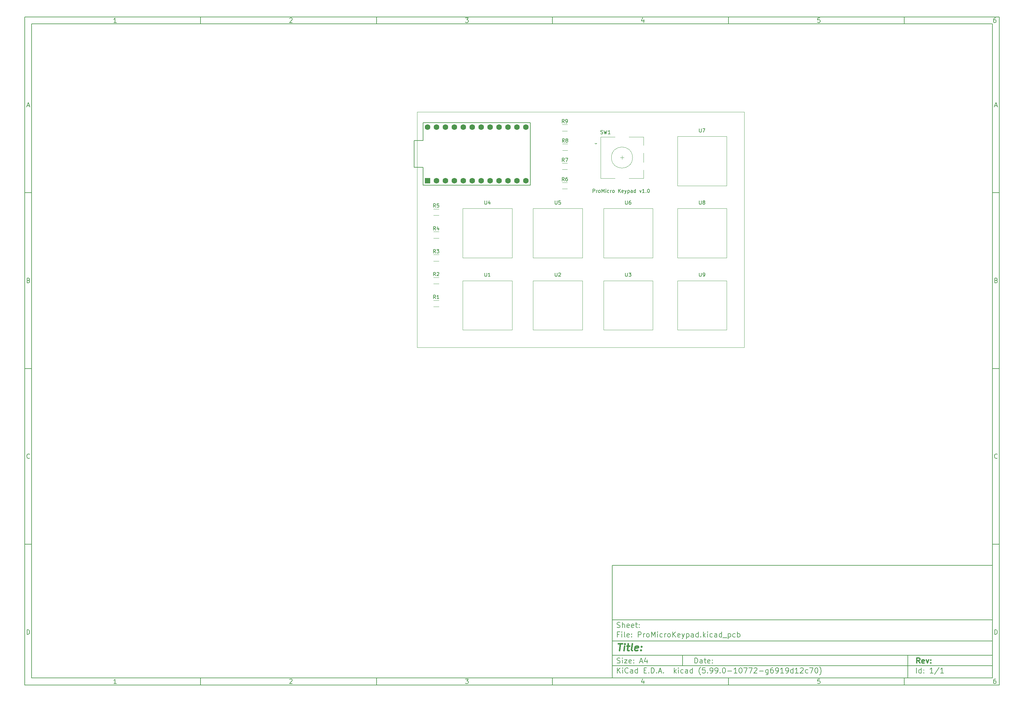
<source format=gbr>
%TF.GenerationSoftware,KiCad,Pcbnew,(5.99.0-10772-g6919d12c70)*%
%TF.CreationDate,2021-08-04T17:25:00+12:00*%
%TF.ProjectId,ProMicroKeypad,50726f4d-6963-4726-9f4b-65797061642e,rev?*%
%TF.SameCoordinates,Original*%
%TF.FileFunction,Legend,Top*%
%TF.FilePolarity,Positive*%
%FSLAX46Y46*%
G04 Gerber Fmt 4.6, Leading zero omitted, Abs format (unit mm)*
G04 Created by KiCad (PCBNEW (5.99.0-10772-g6919d12c70)) date 2021-08-04 17:25:00*
%MOMM*%
%LPD*%
G01*
G04 APERTURE LIST*
%ADD10C,0.100000*%
%ADD11C,0.150000*%
%ADD12C,0.300000*%
%ADD13C,0.400000*%
%TA.AperFunction,Profile*%
%ADD14C,0.100000*%
%TD*%
%ADD15C,0.120000*%
%ADD16R,1.600000X1.600000*%
%ADD17C,1.600000*%
G04 APERTURE END LIST*
D10*
D11*
X177002200Y-166007200D02*
X177002200Y-198007200D01*
X285002200Y-198007200D01*
X285002200Y-166007200D01*
X177002200Y-166007200D01*
D10*
D11*
X10000000Y-10000000D02*
X10000000Y-200007200D01*
X287002200Y-200007200D01*
X287002200Y-10000000D01*
X10000000Y-10000000D01*
D10*
D11*
X12000000Y-12000000D02*
X12000000Y-198007200D01*
X285002200Y-198007200D01*
X285002200Y-12000000D01*
X12000000Y-12000000D01*
D10*
D11*
X60000000Y-12000000D02*
X60000000Y-10000000D01*
D10*
D11*
X110000000Y-12000000D02*
X110000000Y-10000000D01*
D10*
D11*
X160000000Y-12000000D02*
X160000000Y-10000000D01*
D10*
D11*
X210000000Y-12000000D02*
X210000000Y-10000000D01*
D10*
D11*
X260000000Y-12000000D02*
X260000000Y-10000000D01*
D10*
D11*
X36065476Y-11588095D02*
X35322619Y-11588095D01*
X35694047Y-11588095D02*
X35694047Y-10288095D01*
X35570238Y-10473809D01*
X35446428Y-10597619D01*
X35322619Y-10659523D01*
D10*
D11*
X85322619Y-10411904D02*
X85384523Y-10350000D01*
X85508333Y-10288095D01*
X85817857Y-10288095D01*
X85941666Y-10350000D01*
X86003571Y-10411904D01*
X86065476Y-10535714D01*
X86065476Y-10659523D01*
X86003571Y-10845238D01*
X85260714Y-11588095D01*
X86065476Y-11588095D01*
D10*
D11*
X135260714Y-10288095D02*
X136065476Y-10288095D01*
X135632142Y-10783333D01*
X135817857Y-10783333D01*
X135941666Y-10845238D01*
X136003571Y-10907142D01*
X136065476Y-11030952D01*
X136065476Y-11340476D01*
X136003571Y-11464285D01*
X135941666Y-11526190D01*
X135817857Y-11588095D01*
X135446428Y-11588095D01*
X135322619Y-11526190D01*
X135260714Y-11464285D01*
D10*
D11*
X185941666Y-10721428D02*
X185941666Y-11588095D01*
X185632142Y-10226190D02*
X185322619Y-11154761D01*
X186127380Y-11154761D01*
D10*
D11*
X236003571Y-10288095D02*
X235384523Y-10288095D01*
X235322619Y-10907142D01*
X235384523Y-10845238D01*
X235508333Y-10783333D01*
X235817857Y-10783333D01*
X235941666Y-10845238D01*
X236003571Y-10907142D01*
X236065476Y-11030952D01*
X236065476Y-11340476D01*
X236003571Y-11464285D01*
X235941666Y-11526190D01*
X235817857Y-11588095D01*
X235508333Y-11588095D01*
X235384523Y-11526190D01*
X235322619Y-11464285D01*
D10*
D11*
X285941666Y-10288095D02*
X285694047Y-10288095D01*
X285570238Y-10350000D01*
X285508333Y-10411904D01*
X285384523Y-10597619D01*
X285322619Y-10845238D01*
X285322619Y-11340476D01*
X285384523Y-11464285D01*
X285446428Y-11526190D01*
X285570238Y-11588095D01*
X285817857Y-11588095D01*
X285941666Y-11526190D01*
X286003571Y-11464285D01*
X286065476Y-11340476D01*
X286065476Y-11030952D01*
X286003571Y-10907142D01*
X285941666Y-10845238D01*
X285817857Y-10783333D01*
X285570238Y-10783333D01*
X285446428Y-10845238D01*
X285384523Y-10907142D01*
X285322619Y-11030952D01*
D10*
D11*
X60000000Y-198007200D02*
X60000000Y-200007200D01*
D10*
D11*
X110000000Y-198007200D02*
X110000000Y-200007200D01*
D10*
D11*
X160000000Y-198007200D02*
X160000000Y-200007200D01*
D10*
D11*
X210000000Y-198007200D02*
X210000000Y-200007200D01*
D10*
D11*
X260000000Y-198007200D02*
X260000000Y-200007200D01*
D10*
D11*
X36065476Y-199595295D02*
X35322619Y-199595295D01*
X35694047Y-199595295D02*
X35694047Y-198295295D01*
X35570238Y-198481009D01*
X35446428Y-198604819D01*
X35322619Y-198666723D01*
D10*
D11*
X85322619Y-198419104D02*
X85384523Y-198357200D01*
X85508333Y-198295295D01*
X85817857Y-198295295D01*
X85941666Y-198357200D01*
X86003571Y-198419104D01*
X86065476Y-198542914D01*
X86065476Y-198666723D01*
X86003571Y-198852438D01*
X85260714Y-199595295D01*
X86065476Y-199595295D01*
D10*
D11*
X135260714Y-198295295D02*
X136065476Y-198295295D01*
X135632142Y-198790533D01*
X135817857Y-198790533D01*
X135941666Y-198852438D01*
X136003571Y-198914342D01*
X136065476Y-199038152D01*
X136065476Y-199347676D01*
X136003571Y-199471485D01*
X135941666Y-199533390D01*
X135817857Y-199595295D01*
X135446428Y-199595295D01*
X135322619Y-199533390D01*
X135260714Y-199471485D01*
D10*
D11*
X185941666Y-198728628D02*
X185941666Y-199595295D01*
X185632142Y-198233390D02*
X185322619Y-199161961D01*
X186127380Y-199161961D01*
D10*
D11*
X236003571Y-198295295D02*
X235384523Y-198295295D01*
X235322619Y-198914342D01*
X235384523Y-198852438D01*
X235508333Y-198790533D01*
X235817857Y-198790533D01*
X235941666Y-198852438D01*
X236003571Y-198914342D01*
X236065476Y-199038152D01*
X236065476Y-199347676D01*
X236003571Y-199471485D01*
X235941666Y-199533390D01*
X235817857Y-199595295D01*
X235508333Y-199595295D01*
X235384523Y-199533390D01*
X235322619Y-199471485D01*
D10*
D11*
X285941666Y-198295295D02*
X285694047Y-198295295D01*
X285570238Y-198357200D01*
X285508333Y-198419104D01*
X285384523Y-198604819D01*
X285322619Y-198852438D01*
X285322619Y-199347676D01*
X285384523Y-199471485D01*
X285446428Y-199533390D01*
X285570238Y-199595295D01*
X285817857Y-199595295D01*
X285941666Y-199533390D01*
X286003571Y-199471485D01*
X286065476Y-199347676D01*
X286065476Y-199038152D01*
X286003571Y-198914342D01*
X285941666Y-198852438D01*
X285817857Y-198790533D01*
X285570238Y-198790533D01*
X285446428Y-198852438D01*
X285384523Y-198914342D01*
X285322619Y-199038152D01*
D10*
D11*
X10000000Y-60000000D02*
X12000000Y-60000000D01*
D10*
D11*
X10000000Y-110000000D02*
X12000000Y-110000000D01*
D10*
D11*
X10000000Y-160000000D02*
X12000000Y-160000000D01*
D10*
D11*
X10690476Y-35216666D02*
X11309523Y-35216666D01*
X10566666Y-35588095D02*
X11000000Y-34288095D01*
X11433333Y-35588095D01*
D10*
D11*
X11092857Y-84907142D02*
X11278571Y-84969047D01*
X11340476Y-85030952D01*
X11402380Y-85154761D01*
X11402380Y-85340476D01*
X11340476Y-85464285D01*
X11278571Y-85526190D01*
X11154761Y-85588095D01*
X10659523Y-85588095D01*
X10659523Y-84288095D01*
X11092857Y-84288095D01*
X11216666Y-84350000D01*
X11278571Y-84411904D01*
X11340476Y-84535714D01*
X11340476Y-84659523D01*
X11278571Y-84783333D01*
X11216666Y-84845238D01*
X11092857Y-84907142D01*
X10659523Y-84907142D01*
D10*
D11*
X11402380Y-135464285D02*
X11340476Y-135526190D01*
X11154761Y-135588095D01*
X11030952Y-135588095D01*
X10845238Y-135526190D01*
X10721428Y-135402380D01*
X10659523Y-135278571D01*
X10597619Y-135030952D01*
X10597619Y-134845238D01*
X10659523Y-134597619D01*
X10721428Y-134473809D01*
X10845238Y-134350000D01*
X11030952Y-134288095D01*
X11154761Y-134288095D01*
X11340476Y-134350000D01*
X11402380Y-134411904D01*
D10*
D11*
X10659523Y-185588095D02*
X10659523Y-184288095D01*
X10969047Y-184288095D01*
X11154761Y-184350000D01*
X11278571Y-184473809D01*
X11340476Y-184597619D01*
X11402380Y-184845238D01*
X11402380Y-185030952D01*
X11340476Y-185278571D01*
X11278571Y-185402380D01*
X11154761Y-185526190D01*
X10969047Y-185588095D01*
X10659523Y-185588095D01*
D10*
D11*
X287002200Y-60000000D02*
X285002200Y-60000000D01*
D10*
D11*
X287002200Y-110000000D02*
X285002200Y-110000000D01*
D10*
D11*
X287002200Y-160000000D02*
X285002200Y-160000000D01*
D10*
D11*
X285692676Y-35216666D02*
X286311723Y-35216666D01*
X285568866Y-35588095D02*
X286002200Y-34288095D01*
X286435533Y-35588095D01*
D10*
D11*
X286095057Y-84907142D02*
X286280771Y-84969047D01*
X286342676Y-85030952D01*
X286404580Y-85154761D01*
X286404580Y-85340476D01*
X286342676Y-85464285D01*
X286280771Y-85526190D01*
X286156961Y-85588095D01*
X285661723Y-85588095D01*
X285661723Y-84288095D01*
X286095057Y-84288095D01*
X286218866Y-84350000D01*
X286280771Y-84411904D01*
X286342676Y-84535714D01*
X286342676Y-84659523D01*
X286280771Y-84783333D01*
X286218866Y-84845238D01*
X286095057Y-84907142D01*
X285661723Y-84907142D01*
D10*
D11*
X286404580Y-135464285D02*
X286342676Y-135526190D01*
X286156961Y-135588095D01*
X286033152Y-135588095D01*
X285847438Y-135526190D01*
X285723628Y-135402380D01*
X285661723Y-135278571D01*
X285599819Y-135030952D01*
X285599819Y-134845238D01*
X285661723Y-134597619D01*
X285723628Y-134473809D01*
X285847438Y-134350000D01*
X286033152Y-134288095D01*
X286156961Y-134288095D01*
X286342676Y-134350000D01*
X286404580Y-134411904D01*
D10*
D11*
X285661723Y-185588095D02*
X285661723Y-184288095D01*
X285971247Y-184288095D01*
X286156961Y-184350000D01*
X286280771Y-184473809D01*
X286342676Y-184597619D01*
X286404580Y-184845238D01*
X286404580Y-185030952D01*
X286342676Y-185278571D01*
X286280771Y-185402380D01*
X286156961Y-185526190D01*
X285971247Y-185588095D01*
X285661723Y-185588095D01*
D10*
D11*
X200434342Y-193785771D02*
X200434342Y-192285771D01*
X200791485Y-192285771D01*
X201005771Y-192357200D01*
X201148628Y-192500057D01*
X201220057Y-192642914D01*
X201291485Y-192928628D01*
X201291485Y-193142914D01*
X201220057Y-193428628D01*
X201148628Y-193571485D01*
X201005771Y-193714342D01*
X200791485Y-193785771D01*
X200434342Y-193785771D01*
X202577200Y-193785771D02*
X202577200Y-193000057D01*
X202505771Y-192857200D01*
X202362914Y-192785771D01*
X202077200Y-192785771D01*
X201934342Y-192857200D01*
X202577200Y-193714342D02*
X202434342Y-193785771D01*
X202077200Y-193785771D01*
X201934342Y-193714342D01*
X201862914Y-193571485D01*
X201862914Y-193428628D01*
X201934342Y-193285771D01*
X202077200Y-193214342D01*
X202434342Y-193214342D01*
X202577200Y-193142914D01*
X203077200Y-192785771D02*
X203648628Y-192785771D01*
X203291485Y-192285771D02*
X203291485Y-193571485D01*
X203362914Y-193714342D01*
X203505771Y-193785771D01*
X203648628Y-193785771D01*
X204720057Y-193714342D02*
X204577200Y-193785771D01*
X204291485Y-193785771D01*
X204148628Y-193714342D01*
X204077200Y-193571485D01*
X204077200Y-193000057D01*
X204148628Y-192857200D01*
X204291485Y-192785771D01*
X204577200Y-192785771D01*
X204720057Y-192857200D01*
X204791485Y-193000057D01*
X204791485Y-193142914D01*
X204077200Y-193285771D01*
X205434342Y-193642914D02*
X205505771Y-193714342D01*
X205434342Y-193785771D01*
X205362914Y-193714342D01*
X205434342Y-193642914D01*
X205434342Y-193785771D01*
X205434342Y-192857200D02*
X205505771Y-192928628D01*
X205434342Y-193000057D01*
X205362914Y-192928628D01*
X205434342Y-192857200D01*
X205434342Y-193000057D01*
D10*
D11*
X177002200Y-194507200D02*
X285002200Y-194507200D01*
D10*
D11*
X178434342Y-196585771D02*
X178434342Y-195085771D01*
X179291485Y-196585771D02*
X178648628Y-195728628D01*
X179291485Y-195085771D02*
X178434342Y-195942914D01*
X179934342Y-196585771D02*
X179934342Y-195585771D01*
X179934342Y-195085771D02*
X179862914Y-195157200D01*
X179934342Y-195228628D01*
X180005771Y-195157200D01*
X179934342Y-195085771D01*
X179934342Y-195228628D01*
X181505771Y-196442914D02*
X181434342Y-196514342D01*
X181220057Y-196585771D01*
X181077200Y-196585771D01*
X180862914Y-196514342D01*
X180720057Y-196371485D01*
X180648628Y-196228628D01*
X180577200Y-195942914D01*
X180577200Y-195728628D01*
X180648628Y-195442914D01*
X180720057Y-195300057D01*
X180862914Y-195157200D01*
X181077200Y-195085771D01*
X181220057Y-195085771D01*
X181434342Y-195157200D01*
X181505771Y-195228628D01*
X182791485Y-196585771D02*
X182791485Y-195800057D01*
X182720057Y-195657200D01*
X182577200Y-195585771D01*
X182291485Y-195585771D01*
X182148628Y-195657200D01*
X182791485Y-196514342D02*
X182648628Y-196585771D01*
X182291485Y-196585771D01*
X182148628Y-196514342D01*
X182077200Y-196371485D01*
X182077200Y-196228628D01*
X182148628Y-196085771D01*
X182291485Y-196014342D01*
X182648628Y-196014342D01*
X182791485Y-195942914D01*
X184148628Y-196585771D02*
X184148628Y-195085771D01*
X184148628Y-196514342D02*
X184005771Y-196585771D01*
X183720057Y-196585771D01*
X183577200Y-196514342D01*
X183505771Y-196442914D01*
X183434342Y-196300057D01*
X183434342Y-195871485D01*
X183505771Y-195728628D01*
X183577200Y-195657200D01*
X183720057Y-195585771D01*
X184005771Y-195585771D01*
X184148628Y-195657200D01*
X186005771Y-195800057D02*
X186505771Y-195800057D01*
X186720057Y-196585771D02*
X186005771Y-196585771D01*
X186005771Y-195085771D01*
X186720057Y-195085771D01*
X187362914Y-196442914D02*
X187434342Y-196514342D01*
X187362914Y-196585771D01*
X187291485Y-196514342D01*
X187362914Y-196442914D01*
X187362914Y-196585771D01*
X188077200Y-196585771D02*
X188077200Y-195085771D01*
X188434342Y-195085771D01*
X188648628Y-195157200D01*
X188791485Y-195300057D01*
X188862914Y-195442914D01*
X188934342Y-195728628D01*
X188934342Y-195942914D01*
X188862914Y-196228628D01*
X188791485Y-196371485D01*
X188648628Y-196514342D01*
X188434342Y-196585771D01*
X188077200Y-196585771D01*
X189577200Y-196442914D02*
X189648628Y-196514342D01*
X189577200Y-196585771D01*
X189505771Y-196514342D01*
X189577200Y-196442914D01*
X189577200Y-196585771D01*
X190220057Y-196157200D02*
X190934342Y-196157200D01*
X190077200Y-196585771D02*
X190577200Y-195085771D01*
X191077200Y-196585771D01*
X191577200Y-196442914D02*
X191648628Y-196514342D01*
X191577200Y-196585771D01*
X191505771Y-196514342D01*
X191577200Y-196442914D01*
X191577200Y-196585771D01*
X194577200Y-196585771D02*
X194577200Y-195085771D01*
X194720057Y-196014342D02*
X195148628Y-196585771D01*
X195148628Y-195585771D02*
X194577200Y-196157200D01*
X195791485Y-196585771D02*
X195791485Y-195585771D01*
X195791485Y-195085771D02*
X195720057Y-195157200D01*
X195791485Y-195228628D01*
X195862914Y-195157200D01*
X195791485Y-195085771D01*
X195791485Y-195228628D01*
X197148628Y-196514342D02*
X197005771Y-196585771D01*
X196720057Y-196585771D01*
X196577200Y-196514342D01*
X196505771Y-196442914D01*
X196434342Y-196300057D01*
X196434342Y-195871485D01*
X196505771Y-195728628D01*
X196577200Y-195657200D01*
X196720057Y-195585771D01*
X197005771Y-195585771D01*
X197148628Y-195657200D01*
X198434342Y-196585771D02*
X198434342Y-195800057D01*
X198362914Y-195657200D01*
X198220057Y-195585771D01*
X197934342Y-195585771D01*
X197791485Y-195657200D01*
X198434342Y-196514342D02*
X198291485Y-196585771D01*
X197934342Y-196585771D01*
X197791485Y-196514342D01*
X197720057Y-196371485D01*
X197720057Y-196228628D01*
X197791485Y-196085771D01*
X197934342Y-196014342D01*
X198291485Y-196014342D01*
X198434342Y-195942914D01*
X199791485Y-196585771D02*
X199791485Y-195085771D01*
X199791485Y-196514342D02*
X199648628Y-196585771D01*
X199362914Y-196585771D01*
X199220057Y-196514342D01*
X199148628Y-196442914D01*
X199077200Y-196300057D01*
X199077200Y-195871485D01*
X199148628Y-195728628D01*
X199220057Y-195657200D01*
X199362914Y-195585771D01*
X199648628Y-195585771D01*
X199791485Y-195657200D01*
X202077200Y-197157200D02*
X202005771Y-197085771D01*
X201862914Y-196871485D01*
X201791485Y-196728628D01*
X201720057Y-196514342D01*
X201648628Y-196157200D01*
X201648628Y-195871485D01*
X201720057Y-195514342D01*
X201791485Y-195300057D01*
X201862914Y-195157200D01*
X202005771Y-194942914D01*
X202077200Y-194871485D01*
X203362914Y-195085771D02*
X202648628Y-195085771D01*
X202577200Y-195800057D01*
X202648628Y-195728628D01*
X202791485Y-195657200D01*
X203148628Y-195657200D01*
X203291485Y-195728628D01*
X203362914Y-195800057D01*
X203434342Y-195942914D01*
X203434342Y-196300057D01*
X203362914Y-196442914D01*
X203291485Y-196514342D01*
X203148628Y-196585771D01*
X202791485Y-196585771D01*
X202648628Y-196514342D01*
X202577200Y-196442914D01*
X204077200Y-196442914D02*
X204148628Y-196514342D01*
X204077200Y-196585771D01*
X204005771Y-196514342D01*
X204077200Y-196442914D01*
X204077200Y-196585771D01*
X204862914Y-196585771D02*
X205148628Y-196585771D01*
X205291485Y-196514342D01*
X205362914Y-196442914D01*
X205505771Y-196228628D01*
X205577200Y-195942914D01*
X205577200Y-195371485D01*
X205505771Y-195228628D01*
X205434342Y-195157200D01*
X205291485Y-195085771D01*
X205005771Y-195085771D01*
X204862914Y-195157200D01*
X204791485Y-195228628D01*
X204720057Y-195371485D01*
X204720057Y-195728628D01*
X204791485Y-195871485D01*
X204862914Y-195942914D01*
X205005771Y-196014342D01*
X205291485Y-196014342D01*
X205434342Y-195942914D01*
X205505771Y-195871485D01*
X205577200Y-195728628D01*
X206291485Y-196585771D02*
X206577200Y-196585771D01*
X206720057Y-196514342D01*
X206791485Y-196442914D01*
X206934342Y-196228628D01*
X207005771Y-195942914D01*
X207005771Y-195371485D01*
X206934342Y-195228628D01*
X206862914Y-195157200D01*
X206720057Y-195085771D01*
X206434342Y-195085771D01*
X206291485Y-195157200D01*
X206220057Y-195228628D01*
X206148628Y-195371485D01*
X206148628Y-195728628D01*
X206220057Y-195871485D01*
X206291485Y-195942914D01*
X206434342Y-196014342D01*
X206720057Y-196014342D01*
X206862914Y-195942914D01*
X206934342Y-195871485D01*
X207005771Y-195728628D01*
X207648628Y-196442914D02*
X207720057Y-196514342D01*
X207648628Y-196585771D01*
X207577200Y-196514342D01*
X207648628Y-196442914D01*
X207648628Y-196585771D01*
X208648628Y-195085771D02*
X208791485Y-195085771D01*
X208934342Y-195157200D01*
X209005771Y-195228628D01*
X209077200Y-195371485D01*
X209148628Y-195657200D01*
X209148628Y-196014342D01*
X209077200Y-196300057D01*
X209005771Y-196442914D01*
X208934342Y-196514342D01*
X208791485Y-196585771D01*
X208648628Y-196585771D01*
X208505771Y-196514342D01*
X208434342Y-196442914D01*
X208362914Y-196300057D01*
X208291485Y-196014342D01*
X208291485Y-195657200D01*
X208362914Y-195371485D01*
X208434342Y-195228628D01*
X208505771Y-195157200D01*
X208648628Y-195085771D01*
X209791485Y-196014342D02*
X210934342Y-196014342D01*
X212434342Y-196585771D02*
X211577200Y-196585771D01*
X212005771Y-196585771D02*
X212005771Y-195085771D01*
X211862914Y-195300057D01*
X211720057Y-195442914D01*
X211577200Y-195514342D01*
X213362914Y-195085771D02*
X213505771Y-195085771D01*
X213648628Y-195157200D01*
X213720057Y-195228628D01*
X213791485Y-195371485D01*
X213862914Y-195657200D01*
X213862914Y-196014342D01*
X213791485Y-196300057D01*
X213720057Y-196442914D01*
X213648628Y-196514342D01*
X213505771Y-196585771D01*
X213362914Y-196585771D01*
X213220057Y-196514342D01*
X213148628Y-196442914D01*
X213077200Y-196300057D01*
X213005771Y-196014342D01*
X213005771Y-195657200D01*
X213077200Y-195371485D01*
X213148628Y-195228628D01*
X213220057Y-195157200D01*
X213362914Y-195085771D01*
X214362914Y-195085771D02*
X215362914Y-195085771D01*
X214720057Y-196585771D01*
X215791485Y-195085771D02*
X216791485Y-195085771D01*
X216148628Y-196585771D01*
X217291485Y-195228628D02*
X217362914Y-195157200D01*
X217505771Y-195085771D01*
X217862914Y-195085771D01*
X218005771Y-195157200D01*
X218077200Y-195228628D01*
X218148628Y-195371485D01*
X218148628Y-195514342D01*
X218077200Y-195728628D01*
X217220057Y-196585771D01*
X218148628Y-196585771D01*
X218791485Y-196014342D02*
X219934342Y-196014342D01*
X221291485Y-195585771D02*
X221291485Y-196800057D01*
X221220057Y-196942914D01*
X221148628Y-197014342D01*
X221005771Y-197085771D01*
X220791485Y-197085771D01*
X220648628Y-197014342D01*
X221291485Y-196514342D02*
X221148628Y-196585771D01*
X220862914Y-196585771D01*
X220720057Y-196514342D01*
X220648628Y-196442914D01*
X220577200Y-196300057D01*
X220577200Y-195871485D01*
X220648628Y-195728628D01*
X220720057Y-195657200D01*
X220862914Y-195585771D01*
X221148628Y-195585771D01*
X221291485Y-195657200D01*
X222648628Y-195085771D02*
X222362914Y-195085771D01*
X222220057Y-195157200D01*
X222148628Y-195228628D01*
X222005771Y-195442914D01*
X221934342Y-195728628D01*
X221934342Y-196300057D01*
X222005771Y-196442914D01*
X222077200Y-196514342D01*
X222220057Y-196585771D01*
X222505771Y-196585771D01*
X222648628Y-196514342D01*
X222720057Y-196442914D01*
X222791485Y-196300057D01*
X222791485Y-195942914D01*
X222720057Y-195800057D01*
X222648628Y-195728628D01*
X222505771Y-195657200D01*
X222220057Y-195657200D01*
X222077200Y-195728628D01*
X222005771Y-195800057D01*
X221934342Y-195942914D01*
X223505771Y-196585771D02*
X223791485Y-196585771D01*
X223934342Y-196514342D01*
X224005771Y-196442914D01*
X224148628Y-196228628D01*
X224220057Y-195942914D01*
X224220057Y-195371485D01*
X224148628Y-195228628D01*
X224077200Y-195157200D01*
X223934342Y-195085771D01*
X223648628Y-195085771D01*
X223505771Y-195157200D01*
X223434342Y-195228628D01*
X223362914Y-195371485D01*
X223362914Y-195728628D01*
X223434342Y-195871485D01*
X223505771Y-195942914D01*
X223648628Y-196014342D01*
X223934342Y-196014342D01*
X224077200Y-195942914D01*
X224148628Y-195871485D01*
X224220057Y-195728628D01*
X225648628Y-196585771D02*
X224791485Y-196585771D01*
X225220057Y-196585771D02*
X225220057Y-195085771D01*
X225077200Y-195300057D01*
X224934342Y-195442914D01*
X224791485Y-195514342D01*
X226362914Y-196585771D02*
X226648628Y-196585771D01*
X226791485Y-196514342D01*
X226862914Y-196442914D01*
X227005771Y-196228628D01*
X227077199Y-195942914D01*
X227077199Y-195371485D01*
X227005771Y-195228628D01*
X226934342Y-195157200D01*
X226791485Y-195085771D01*
X226505771Y-195085771D01*
X226362914Y-195157200D01*
X226291485Y-195228628D01*
X226220057Y-195371485D01*
X226220057Y-195728628D01*
X226291485Y-195871485D01*
X226362914Y-195942914D01*
X226505771Y-196014342D01*
X226791485Y-196014342D01*
X226934342Y-195942914D01*
X227005771Y-195871485D01*
X227077199Y-195728628D01*
X228362914Y-196585771D02*
X228362914Y-195085771D01*
X228362914Y-196514342D02*
X228220057Y-196585771D01*
X227934342Y-196585771D01*
X227791485Y-196514342D01*
X227720057Y-196442914D01*
X227648628Y-196300057D01*
X227648628Y-195871485D01*
X227720057Y-195728628D01*
X227791485Y-195657200D01*
X227934342Y-195585771D01*
X228220057Y-195585771D01*
X228362914Y-195657200D01*
X229862914Y-196585771D02*
X229005771Y-196585771D01*
X229434342Y-196585771D02*
X229434342Y-195085771D01*
X229291485Y-195300057D01*
X229148628Y-195442914D01*
X229005771Y-195514342D01*
X230434342Y-195228628D02*
X230505771Y-195157200D01*
X230648628Y-195085771D01*
X231005771Y-195085771D01*
X231148628Y-195157200D01*
X231220057Y-195228628D01*
X231291485Y-195371485D01*
X231291485Y-195514342D01*
X231220057Y-195728628D01*
X230362914Y-196585771D01*
X231291485Y-196585771D01*
X232577199Y-196514342D02*
X232434342Y-196585771D01*
X232148628Y-196585771D01*
X232005771Y-196514342D01*
X231934342Y-196442914D01*
X231862914Y-196300057D01*
X231862914Y-195871485D01*
X231934342Y-195728628D01*
X232005771Y-195657200D01*
X232148628Y-195585771D01*
X232434342Y-195585771D01*
X232577199Y-195657200D01*
X233077199Y-195085771D02*
X234077199Y-195085771D01*
X233434342Y-196585771D01*
X234934342Y-195085771D02*
X235077199Y-195085771D01*
X235220057Y-195157200D01*
X235291485Y-195228628D01*
X235362914Y-195371485D01*
X235434342Y-195657200D01*
X235434342Y-196014342D01*
X235362914Y-196300057D01*
X235291485Y-196442914D01*
X235220057Y-196514342D01*
X235077199Y-196585771D01*
X234934342Y-196585771D01*
X234791485Y-196514342D01*
X234720057Y-196442914D01*
X234648628Y-196300057D01*
X234577199Y-196014342D01*
X234577199Y-195657200D01*
X234648628Y-195371485D01*
X234720057Y-195228628D01*
X234791485Y-195157200D01*
X234934342Y-195085771D01*
X235934342Y-197157200D02*
X236005771Y-197085771D01*
X236148628Y-196871485D01*
X236220057Y-196728628D01*
X236291485Y-196514342D01*
X236362914Y-196157200D01*
X236362914Y-195871485D01*
X236291485Y-195514342D01*
X236220057Y-195300057D01*
X236148628Y-195157200D01*
X236005771Y-194942914D01*
X235934342Y-194871485D01*
D10*
D11*
X177002200Y-191507200D02*
X285002200Y-191507200D01*
D10*
D12*
X264411485Y-193785771D02*
X263911485Y-193071485D01*
X263554342Y-193785771D02*
X263554342Y-192285771D01*
X264125771Y-192285771D01*
X264268628Y-192357200D01*
X264340057Y-192428628D01*
X264411485Y-192571485D01*
X264411485Y-192785771D01*
X264340057Y-192928628D01*
X264268628Y-193000057D01*
X264125771Y-193071485D01*
X263554342Y-193071485D01*
X265625771Y-193714342D02*
X265482914Y-193785771D01*
X265197200Y-193785771D01*
X265054342Y-193714342D01*
X264982914Y-193571485D01*
X264982914Y-193000057D01*
X265054342Y-192857200D01*
X265197200Y-192785771D01*
X265482914Y-192785771D01*
X265625771Y-192857200D01*
X265697200Y-193000057D01*
X265697200Y-193142914D01*
X264982914Y-193285771D01*
X266197200Y-192785771D02*
X266554342Y-193785771D01*
X266911485Y-192785771D01*
X267482914Y-193642914D02*
X267554342Y-193714342D01*
X267482914Y-193785771D01*
X267411485Y-193714342D01*
X267482914Y-193642914D01*
X267482914Y-193785771D01*
X267482914Y-192857200D02*
X267554342Y-192928628D01*
X267482914Y-193000057D01*
X267411485Y-192928628D01*
X267482914Y-192857200D01*
X267482914Y-193000057D01*
D10*
D11*
X178362914Y-193714342D02*
X178577200Y-193785771D01*
X178934342Y-193785771D01*
X179077200Y-193714342D01*
X179148628Y-193642914D01*
X179220057Y-193500057D01*
X179220057Y-193357200D01*
X179148628Y-193214342D01*
X179077200Y-193142914D01*
X178934342Y-193071485D01*
X178648628Y-193000057D01*
X178505771Y-192928628D01*
X178434342Y-192857200D01*
X178362914Y-192714342D01*
X178362914Y-192571485D01*
X178434342Y-192428628D01*
X178505771Y-192357200D01*
X178648628Y-192285771D01*
X179005771Y-192285771D01*
X179220057Y-192357200D01*
X179862914Y-193785771D02*
X179862914Y-192785771D01*
X179862914Y-192285771D02*
X179791485Y-192357200D01*
X179862914Y-192428628D01*
X179934342Y-192357200D01*
X179862914Y-192285771D01*
X179862914Y-192428628D01*
X180434342Y-192785771D02*
X181220057Y-192785771D01*
X180434342Y-193785771D01*
X181220057Y-193785771D01*
X182362914Y-193714342D02*
X182220057Y-193785771D01*
X181934342Y-193785771D01*
X181791485Y-193714342D01*
X181720057Y-193571485D01*
X181720057Y-193000057D01*
X181791485Y-192857200D01*
X181934342Y-192785771D01*
X182220057Y-192785771D01*
X182362914Y-192857200D01*
X182434342Y-193000057D01*
X182434342Y-193142914D01*
X181720057Y-193285771D01*
X183077200Y-193642914D02*
X183148628Y-193714342D01*
X183077200Y-193785771D01*
X183005771Y-193714342D01*
X183077200Y-193642914D01*
X183077200Y-193785771D01*
X183077200Y-192857200D02*
X183148628Y-192928628D01*
X183077200Y-193000057D01*
X183005771Y-192928628D01*
X183077200Y-192857200D01*
X183077200Y-193000057D01*
X184862914Y-193357200D02*
X185577200Y-193357200D01*
X184720057Y-193785771D02*
X185220057Y-192285771D01*
X185720057Y-193785771D01*
X186862914Y-192785771D02*
X186862914Y-193785771D01*
X186505771Y-192214342D02*
X186148628Y-193285771D01*
X187077200Y-193285771D01*
D10*
D11*
X263434342Y-196585771D02*
X263434342Y-195085771D01*
X264791485Y-196585771D02*
X264791485Y-195085771D01*
X264791485Y-196514342D02*
X264648628Y-196585771D01*
X264362914Y-196585771D01*
X264220057Y-196514342D01*
X264148628Y-196442914D01*
X264077200Y-196300057D01*
X264077200Y-195871485D01*
X264148628Y-195728628D01*
X264220057Y-195657200D01*
X264362914Y-195585771D01*
X264648628Y-195585771D01*
X264791485Y-195657200D01*
X265505771Y-196442914D02*
X265577200Y-196514342D01*
X265505771Y-196585771D01*
X265434342Y-196514342D01*
X265505771Y-196442914D01*
X265505771Y-196585771D01*
X265505771Y-195657200D02*
X265577200Y-195728628D01*
X265505771Y-195800057D01*
X265434342Y-195728628D01*
X265505771Y-195657200D01*
X265505771Y-195800057D01*
X268148628Y-196585771D02*
X267291485Y-196585771D01*
X267720057Y-196585771D02*
X267720057Y-195085771D01*
X267577200Y-195300057D01*
X267434342Y-195442914D01*
X267291485Y-195514342D01*
X269862914Y-195014342D02*
X268577200Y-196942914D01*
X271148628Y-196585771D02*
X270291485Y-196585771D01*
X270720057Y-196585771D02*
X270720057Y-195085771D01*
X270577200Y-195300057D01*
X270434342Y-195442914D01*
X270291485Y-195514342D01*
D10*
D11*
X177002200Y-187507200D02*
X285002200Y-187507200D01*
D10*
D13*
X178714580Y-188211961D02*
X179857438Y-188211961D01*
X179036009Y-190211961D02*
X179286009Y-188211961D01*
X180274104Y-190211961D02*
X180440771Y-188878628D01*
X180524104Y-188211961D02*
X180416961Y-188307200D01*
X180500295Y-188402438D01*
X180607438Y-188307200D01*
X180524104Y-188211961D01*
X180500295Y-188402438D01*
X181107438Y-188878628D02*
X181869342Y-188878628D01*
X181476485Y-188211961D02*
X181262200Y-189926247D01*
X181333628Y-190116723D01*
X181512200Y-190211961D01*
X181702676Y-190211961D01*
X182655057Y-190211961D02*
X182476485Y-190116723D01*
X182405057Y-189926247D01*
X182619342Y-188211961D01*
X184190771Y-190116723D02*
X183988390Y-190211961D01*
X183607438Y-190211961D01*
X183428866Y-190116723D01*
X183357438Y-189926247D01*
X183452676Y-189164342D01*
X183571723Y-188973866D01*
X183774104Y-188878628D01*
X184155057Y-188878628D01*
X184333628Y-188973866D01*
X184405057Y-189164342D01*
X184381247Y-189354819D01*
X183405057Y-189545295D01*
X185155057Y-190021485D02*
X185238390Y-190116723D01*
X185131247Y-190211961D01*
X185047914Y-190116723D01*
X185155057Y-190021485D01*
X185131247Y-190211961D01*
X185286009Y-188973866D02*
X185369342Y-189069104D01*
X185262200Y-189164342D01*
X185178866Y-189069104D01*
X185286009Y-188973866D01*
X185262200Y-189164342D01*
D10*
D11*
X178934342Y-185600057D02*
X178434342Y-185600057D01*
X178434342Y-186385771D02*
X178434342Y-184885771D01*
X179148628Y-184885771D01*
X179720057Y-186385771D02*
X179720057Y-185385771D01*
X179720057Y-184885771D02*
X179648628Y-184957200D01*
X179720057Y-185028628D01*
X179791485Y-184957200D01*
X179720057Y-184885771D01*
X179720057Y-185028628D01*
X180648628Y-186385771D02*
X180505771Y-186314342D01*
X180434342Y-186171485D01*
X180434342Y-184885771D01*
X181791485Y-186314342D02*
X181648628Y-186385771D01*
X181362914Y-186385771D01*
X181220057Y-186314342D01*
X181148628Y-186171485D01*
X181148628Y-185600057D01*
X181220057Y-185457200D01*
X181362914Y-185385771D01*
X181648628Y-185385771D01*
X181791485Y-185457200D01*
X181862914Y-185600057D01*
X181862914Y-185742914D01*
X181148628Y-185885771D01*
X182505771Y-186242914D02*
X182577200Y-186314342D01*
X182505771Y-186385771D01*
X182434342Y-186314342D01*
X182505771Y-186242914D01*
X182505771Y-186385771D01*
X182505771Y-185457200D02*
X182577200Y-185528628D01*
X182505771Y-185600057D01*
X182434342Y-185528628D01*
X182505771Y-185457200D01*
X182505771Y-185600057D01*
X184362914Y-186385771D02*
X184362914Y-184885771D01*
X184934342Y-184885771D01*
X185077200Y-184957200D01*
X185148628Y-185028628D01*
X185220057Y-185171485D01*
X185220057Y-185385771D01*
X185148628Y-185528628D01*
X185077200Y-185600057D01*
X184934342Y-185671485D01*
X184362914Y-185671485D01*
X185862914Y-186385771D02*
X185862914Y-185385771D01*
X185862914Y-185671485D02*
X185934342Y-185528628D01*
X186005771Y-185457200D01*
X186148628Y-185385771D01*
X186291485Y-185385771D01*
X187005771Y-186385771D02*
X186862914Y-186314342D01*
X186791485Y-186242914D01*
X186720057Y-186100057D01*
X186720057Y-185671485D01*
X186791485Y-185528628D01*
X186862914Y-185457200D01*
X187005771Y-185385771D01*
X187220057Y-185385771D01*
X187362914Y-185457200D01*
X187434342Y-185528628D01*
X187505771Y-185671485D01*
X187505771Y-186100057D01*
X187434342Y-186242914D01*
X187362914Y-186314342D01*
X187220057Y-186385771D01*
X187005771Y-186385771D01*
X188148628Y-186385771D02*
X188148628Y-184885771D01*
X188648628Y-185957200D01*
X189148628Y-184885771D01*
X189148628Y-186385771D01*
X189862914Y-186385771D02*
X189862914Y-185385771D01*
X189862914Y-184885771D02*
X189791485Y-184957200D01*
X189862914Y-185028628D01*
X189934342Y-184957200D01*
X189862914Y-184885771D01*
X189862914Y-185028628D01*
X191220057Y-186314342D02*
X191077200Y-186385771D01*
X190791485Y-186385771D01*
X190648628Y-186314342D01*
X190577200Y-186242914D01*
X190505771Y-186100057D01*
X190505771Y-185671485D01*
X190577200Y-185528628D01*
X190648628Y-185457200D01*
X190791485Y-185385771D01*
X191077200Y-185385771D01*
X191220057Y-185457200D01*
X191862914Y-186385771D02*
X191862914Y-185385771D01*
X191862914Y-185671485D02*
X191934342Y-185528628D01*
X192005771Y-185457200D01*
X192148628Y-185385771D01*
X192291485Y-185385771D01*
X193005771Y-186385771D02*
X192862914Y-186314342D01*
X192791485Y-186242914D01*
X192720057Y-186100057D01*
X192720057Y-185671485D01*
X192791485Y-185528628D01*
X192862914Y-185457200D01*
X193005771Y-185385771D01*
X193220057Y-185385771D01*
X193362914Y-185457200D01*
X193434342Y-185528628D01*
X193505771Y-185671485D01*
X193505771Y-186100057D01*
X193434342Y-186242914D01*
X193362914Y-186314342D01*
X193220057Y-186385771D01*
X193005771Y-186385771D01*
X194148628Y-186385771D02*
X194148628Y-184885771D01*
X195005771Y-186385771D02*
X194362914Y-185528628D01*
X195005771Y-184885771D02*
X194148628Y-185742914D01*
X196220057Y-186314342D02*
X196077200Y-186385771D01*
X195791485Y-186385771D01*
X195648628Y-186314342D01*
X195577200Y-186171485D01*
X195577200Y-185600057D01*
X195648628Y-185457200D01*
X195791485Y-185385771D01*
X196077200Y-185385771D01*
X196220057Y-185457200D01*
X196291485Y-185600057D01*
X196291485Y-185742914D01*
X195577200Y-185885771D01*
X196791485Y-185385771D02*
X197148628Y-186385771D01*
X197505771Y-185385771D02*
X197148628Y-186385771D01*
X197005771Y-186742914D01*
X196934342Y-186814342D01*
X196791485Y-186885771D01*
X198077200Y-185385771D02*
X198077200Y-186885771D01*
X198077200Y-185457200D02*
X198220057Y-185385771D01*
X198505771Y-185385771D01*
X198648628Y-185457200D01*
X198720057Y-185528628D01*
X198791485Y-185671485D01*
X198791485Y-186100057D01*
X198720057Y-186242914D01*
X198648628Y-186314342D01*
X198505771Y-186385771D01*
X198220057Y-186385771D01*
X198077200Y-186314342D01*
X200077200Y-186385771D02*
X200077200Y-185600057D01*
X200005771Y-185457200D01*
X199862914Y-185385771D01*
X199577200Y-185385771D01*
X199434342Y-185457200D01*
X200077200Y-186314342D02*
X199934342Y-186385771D01*
X199577200Y-186385771D01*
X199434342Y-186314342D01*
X199362914Y-186171485D01*
X199362914Y-186028628D01*
X199434342Y-185885771D01*
X199577200Y-185814342D01*
X199934342Y-185814342D01*
X200077200Y-185742914D01*
X201434342Y-186385771D02*
X201434342Y-184885771D01*
X201434342Y-186314342D02*
X201291485Y-186385771D01*
X201005771Y-186385771D01*
X200862914Y-186314342D01*
X200791485Y-186242914D01*
X200720057Y-186100057D01*
X200720057Y-185671485D01*
X200791485Y-185528628D01*
X200862914Y-185457200D01*
X201005771Y-185385771D01*
X201291485Y-185385771D01*
X201434342Y-185457200D01*
X202148628Y-186242914D02*
X202220057Y-186314342D01*
X202148628Y-186385771D01*
X202077200Y-186314342D01*
X202148628Y-186242914D01*
X202148628Y-186385771D01*
X202862914Y-186385771D02*
X202862914Y-184885771D01*
X203005771Y-185814342D02*
X203434342Y-186385771D01*
X203434342Y-185385771D02*
X202862914Y-185957200D01*
X204077200Y-186385771D02*
X204077200Y-185385771D01*
X204077200Y-184885771D02*
X204005771Y-184957200D01*
X204077200Y-185028628D01*
X204148628Y-184957200D01*
X204077200Y-184885771D01*
X204077200Y-185028628D01*
X205434342Y-186314342D02*
X205291485Y-186385771D01*
X205005771Y-186385771D01*
X204862914Y-186314342D01*
X204791485Y-186242914D01*
X204720057Y-186100057D01*
X204720057Y-185671485D01*
X204791485Y-185528628D01*
X204862914Y-185457200D01*
X205005771Y-185385771D01*
X205291485Y-185385771D01*
X205434342Y-185457200D01*
X206720057Y-186385771D02*
X206720057Y-185600057D01*
X206648628Y-185457200D01*
X206505771Y-185385771D01*
X206220057Y-185385771D01*
X206077200Y-185457200D01*
X206720057Y-186314342D02*
X206577200Y-186385771D01*
X206220057Y-186385771D01*
X206077200Y-186314342D01*
X206005771Y-186171485D01*
X206005771Y-186028628D01*
X206077200Y-185885771D01*
X206220057Y-185814342D01*
X206577200Y-185814342D01*
X206720057Y-185742914D01*
X208077200Y-186385771D02*
X208077200Y-184885771D01*
X208077200Y-186314342D02*
X207934342Y-186385771D01*
X207648628Y-186385771D01*
X207505771Y-186314342D01*
X207434342Y-186242914D01*
X207362914Y-186100057D01*
X207362914Y-185671485D01*
X207434342Y-185528628D01*
X207505771Y-185457200D01*
X207648628Y-185385771D01*
X207934342Y-185385771D01*
X208077200Y-185457200D01*
X208434342Y-186528628D02*
X209577200Y-186528628D01*
X209934342Y-185385771D02*
X209934342Y-186885771D01*
X209934342Y-185457200D02*
X210077200Y-185385771D01*
X210362914Y-185385771D01*
X210505771Y-185457200D01*
X210577200Y-185528628D01*
X210648628Y-185671485D01*
X210648628Y-186100057D01*
X210577200Y-186242914D01*
X210505771Y-186314342D01*
X210362914Y-186385771D01*
X210077200Y-186385771D01*
X209934342Y-186314342D01*
X211934342Y-186314342D02*
X211791485Y-186385771D01*
X211505771Y-186385771D01*
X211362914Y-186314342D01*
X211291485Y-186242914D01*
X211220057Y-186100057D01*
X211220057Y-185671485D01*
X211291485Y-185528628D01*
X211362914Y-185457200D01*
X211505771Y-185385771D01*
X211791485Y-185385771D01*
X211934342Y-185457200D01*
X212577200Y-186385771D02*
X212577200Y-184885771D01*
X212577200Y-185457200D02*
X212720057Y-185385771D01*
X213005771Y-185385771D01*
X213148628Y-185457200D01*
X213220057Y-185528628D01*
X213291485Y-185671485D01*
X213291485Y-186100057D01*
X213220057Y-186242914D01*
X213148628Y-186314342D01*
X213005771Y-186385771D01*
X212720057Y-186385771D01*
X212577200Y-186314342D01*
D10*
D11*
X177002200Y-181507200D02*
X285002200Y-181507200D01*
D10*
D11*
X178362914Y-183614342D02*
X178577200Y-183685771D01*
X178934342Y-183685771D01*
X179077200Y-183614342D01*
X179148628Y-183542914D01*
X179220057Y-183400057D01*
X179220057Y-183257200D01*
X179148628Y-183114342D01*
X179077200Y-183042914D01*
X178934342Y-182971485D01*
X178648628Y-182900057D01*
X178505771Y-182828628D01*
X178434342Y-182757200D01*
X178362914Y-182614342D01*
X178362914Y-182471485D01*
X178434342Y-182328628D01*
X178505771Y-182257200D01*
X178648628Y-182185771D01*
X179005771Y-182185771D01*
X179220057Y-182257200D01*
X179862914Y-183685771D02*
X179862914Y-182185771D01*
X180505771Y-183685771D02*
X180505771Y-182900057D01*
X180434342Y-182757200D01*
X180291485Y-182685771D01*
X180077200Y-182685771D01*
X179934342Y-182757200D01*
X179862914Y-182828628D01*
X181791485Y-183614342D02*
X181648628Y-183685771D01*
X181362914Y-183685771D01*
X181220057Y-183614342D01*
X181148628Y-183471485D01*
X181148628Y-182900057D01*
X181220057Y-182757200D01*
X181362914Y-182685771D01*
X181648628Y-182685771D01*
X181791485Y-182757200D01*
X181862914Y-182900057D01*
X181862914Y-183042914D01*
X181148628Y-183185771D01*
X183077200Y-183614342D02*
X182934342Y-183685771D01*
X182648628Y-183685771D01*
X182505771Y-183614342D01*
X182434342Y-183471485D01*
X182434342Y-182900057D01*
X182505771Y-182757200D01*
X182648628Y-182685771D01*
X182934342Y-182685771D01*
X183077200Y-182757200D01*
X183148628Y-182900057D01*
X183148628Y-183042914D01*
X182434342Y-183185771D01*
X183577200Y-182685771D02*
X184148628Y-182685771D01*
X183791485Y-182185771D02*
X183791485Y-183471485D01*
X183862914Y-183614342D01*
X184005771Y-183685771D01*
X184148628Y-183685771D01*
X184648628Y-183542914D02*
X184720057Y-183614342D01*
X184648628Y-183685771D01*
X184577200Y-183614342D01*
X184648628Y-183542914D01*
X184648628Y-183685771D01*
X184648628Y-182757200D02*
X184720057Y-182828628D01*
X184648628Y-182900057D01*
X184577200Y-182828628D01*
X184648628Y-182757200D01*
X184648628Y-182900057D01*
D10*
D12*
D10*
D11*
D10*
D11*
D10*
D11*
D10*
D11*
D10*
D11*
X197002200Y-191507200D02*
X197002200Y-194507200D01*
D10*
D11*
X261002200Y-191507200D02*
X261002200Y-198007200D01*
X171476190Y-59952380D02*
X171476190Y-58952380D01*
X171857142Y-58952380D01*
X171952380Y-59000000D01*
X172000000Y-59047619D01*
X172047619Y-59142857D01*
X172047619Y-59285714D01*
X172000000Y-59380952D01*
X171952380Y-59428571D01*
X171857142Y-59476190D01*
X171476190Y-59476190D01*
X172476190Y-59952380D02*
X172476190Y-59285714D01*
X172476190Y-59476190D02*
X172523809Y-59380952D01*
X172571428Y-59333333D01*
X172666666Y-59285714D01*
X172761904Y-59285714D01*
X173238095Y-59952380D02*
X173142857Y-59904761D01*
X173095238Y-59857142D01*
X173047619Y-59761904D01*
X173047619Y-59476190D01*
X173095238Y-59380952D01*
X173142857Y-59333333D01*
X173238095Y-59285714D01*
X173380952Y-59285714D01*
X173476190Y-59333333D01*
X173523809Y-59380952D01*
X173571428Y-59476190D01*
X173571428Y-59761904D01*
X173523809Y-59857142D01*
X173476190Y-59904761D01*
X173380952Y-59952380D01*
X173238095Y-59952380D01*
X174000000Y-59952380D02*
X174000000Y-58952380D01*
X174333333Y-59666666D01*
X174666666Y-58952380D01*
X174666666Y-59952380D01*
X175142857Y-59952380D02*
X175142857Y-59285714D01*
X175142857Y-58952380D02*
X175095238Y-59000000D01*
X175142857Y-59047619D01*
X175190476Y-59000000D01*
X175142857Y-58952380D01*
X175142857Y-59047619D01*
X176047619Y-59904761D02*
X175952380Y-59952380D01*
X175761904Y-59952380D01*
X175666666Y-59904761D01*
X175619047Y-59857142D01*
X175571428Y-59761904D01*
X175571428Y-59476190D01*
X175619047Y-59380952D01*
X175666666Y-59333333D01*
X175761904Y-59285714D01*
X175952380Y-59285714D01*
X176047619Y-59333333D01*
X176476190Y-59952380D02*
X176476190Y-59285714D01*
X176476190Y-59476190D02*
X176523809Y-59380952D01*
X176571428Y-59333333D01*
X176666666Y-59285714D01*
X176761904Y-59285714D01*
X177238095Y-59952380D02*
X177142857Y-59904761D01*
X177095238Y-59857142D01*
X177047619Y-59761904D01*
X177047619Y-59476190D01*
X177095238Y-59380952D01*
X177142857Y-59333333D01*
X177238095Y-59285714D01*
X177380952Y-59285714D01*
X177476190Y-59333333D01*
X177523809Y-59380952D01*
X177571428Y-59476190D01*
X177571428Y-59761904D01*
X177523809Y-59857142D01*
X177476190Y-59904761D01*
X177380952Y-59952380D01*
X177238095Y-59952380D01*
X178761904Y-59952380D02*
X178761904Y-58952380D01*
X179333333Y-59952380D02*
X178904761Y-59380952D01*
X179333333Y-58952380D02*
X178761904Y-59523809D01*
X180142857Y-59904761D02*
X180047619Y-59952380D01*
X179857142Y-59952380D01*
X179761904Y-59904761D01*
X179714285Y-59809523D01*
X179714285Y-59428571D01*
X179761904Y-59333333D01*
X179857142Y-59285714D01*
X180047619Y-59285714D01*
X180142857Y-59333333D01*
X180190476Y-59428571D01*
X180190476Y-59523809D01*
X179714285Y-59619047D01*
X180523809Y-59285714D02*
X180761904Y-59952380D01*
X181000000Y-59285714D02*
X180761904Y-59952380D01*
X180666666Y-60190476D01*
X180619047Y-60238095D01*
X180523809Y-60285714D01*
X181380952Y-59285714D02*
X181380952Y-60285714D01*
X181380952Y-59333333D02*
X181476190Y-59285714D01*
X181666666Y-59285714D01*
X181761904Y-59333333D01*
X181809523Y-59380952D01*
X181857142Y-59476190D01*
X181857142Y-59761904D01*
X181809523Y-59857142D01*
X181761904Y-59904761D01*
X181666666Y-59952380D01*
X181476190Y-59952380D01*
X181380952Y-59904761D01*
X182714285Y-59952380D02*
X182714285Y-59428571D01*
X182666666Y-59333333D01*
X182571428Y-59285714D01*
X182380952Y-59285714D01*
X182285714Y-59333333D01*
X182714285Y-59904761D02*
X182619047Y-59952380D01*
X182380952Y-59952380D01*
X182285714Y-59904761D01*
X182238095Y-59809523D01*
X182238095Y-59714285D01*
X182285714Y-59619047D01*
X182380952Y-59571428D01*
X182619047Y-59571428D01*
X182714285Y-59523809D01*
X183619047Y-59952380D02*
X183619047Y-58952380D01*
X183619047Y-59904761D02*
X183523809Y-59952380D01*
X183333333Y-59952380D01*
X183238095Y-59904761D01*
X183190476Y-59857142D01*
X183142857Y-59761904D01*
X183142857Y-59476190D01*
X183190476Y-59380952D01*
X183238095Y-59333333D01*
X183333333Y-59285714D01*
X183523809Y-59285714D01*
X183619047Y-59333333D01*
X184761904Y-59285714D02*
X184999999Y-59952380D01*
X185238095Y-59285714D01*
X186142857Y-59952380D02*
X185571428Y-59952380D01*
X185857142Y-59952380D02*
X185857142Y-58952380D01*
X185761904Y-59095238D01*
X185666666Y-59190476D01*
X185571428Y-59238095D01*
X186571428Y-59857142D02*
X186619047Y-59904761D01*
X186571428Y-59952380D01*
X186523809Y-59904761D01*
X186571428Y-59857142D01*
X186571428Y-59952380D01*
X187238095Y-58952380D02*
X187333333Y-58952380D01*
X187428571Y-59000000D01*
X187476190Y-59047619D01*
X187523809Y-59142857D01*
X187571428Y-59333333D01*
X187571428Y-59571428D01*
X187523809Y-59761904D01*
X187476190Y-59857142D01*
X187428571Y-59904761D01*
X187333333Y-59952380D01*
X187238095Y-59952380D01*
X187142857Y-59904761D01*
X187095238Y-59857142D01*
X187047619Y-59761904D01*
X186999999Y-59571428D01*
X186999999Y-59333333D01*
X187047619Y-59142857D01*
X187095238Y-59047619D01*
X187142857Y-59000000D01*
X187238095Y-58952380D01*
D14*
X121500000Y-37000000D02*
X214500000Y-37000000D01*
X214500000Y-37000000D02*
X214500000Y-104000000D01*
X214500000Y-104000000D02*
X121500000Y-104000000D01*
X121500000Y-104000000D02*
X121500000Y-37000000D01*
D11*
%TO.C,U4*%
X140738095Y-62289880D02*
X140738095Y-63099404D01*
X140785714Y-63194642D01*
X140833333Y-63242261D01*
X140928571Y-63289880D01*
X141119047Y-63289880D01*
X141214285Y-63242261D01*
X141261904Y-63194642D01*
X141309523Y-63099404D01*
X141309523Y-62289880D01*
X142214285Y-62623214D02*
X142214285Y-63289880D01*
X141976190Y-62242261D02*
X141738095Y-62956547D01*
X142357142Y-62956547D01*
%TO.C,U2*%
X160738095Y-82789880D02*
X160738095Y-83599404D01*
X160785714Y-83694642D01*
X160833333Y-83742261D01*
X160928571Y-83789880D01*
X161119047Y-83789880D01*
X161214285Y-83742261D01*
X161261904Y-83694642D01*
X161309523Y-83599404D01*
X161309523Y-82789880D01*
X161738095Y-82885119D02*
X161785714Y-82837500D01*
X161880952Y-82789880D01*
X162119047Y-82789880D01*
X162214285Y-82837500D01*
X162261904Y-82885119D01*
X162309523Y-82980357D01*
X162309523Y-83075595D01*
X162261904Y-83218452D01*
X161690476Y-83789880D01*
X162309523Y-83789880D01*
%TO.C,R8*%
X163383333Y-45632380D02*
X163050000Y-45156190D01*
X162811904Y-45632380D02*
X162811904Y-44632380D01*
X163192857Y-44632380D01*
X163288095Y-44680000D01*
X163335714Y-44727619D01*
X163383333Y-44822857D01*
X163383333Y-44965714D01*
X163335714Y-45060952D01*
X163288095Y-45108571D01*
X163192857Y-45156190D01*
X162811904Y-45156190D01*
X163954761Y-45060952D02*
X163859523Y-45013333D01*
X163811904Y-44965714D01*
X163764285Y-44870476D01*
X163764285Y-44822857D01*
X163811904Y-44727619D01*
X163859523Y-44680000D01*
X163954761Y-44632380D01*
X164145238Y-44632380D01*
X164240476Y-44680000D01*
X164288095Y-44727619D01*
X164335714Y-44822857D01*
X164335714Y-44870476D01*
X164288095Y-44965714D01*
X164240476Y-45013333D01*
X164145238Y-45060952D01*
X163954761Y-45060952D01*
X163859523Y-45108571D01*
X163811904Y-45156190D01*
X163764285Y-45251428D01*
X163764285Y-45441904D01*
X163811904Y-45537142D01*
X163859523Y-45584761D01*
X163954761Y-45632380D01*
X164145238Y-45632380D01*
X164240476Y-45584761D01*
X164288095Y-45537142D01*
X164335714Y-45441904D01*
X164335714Y-45251428D01*
X164288095Y-45156190D01*
X164240476Y-45108571D01*
X164145238Y-45060952D01*
%TO.C,U3*%
X180738095Y-82789880D02*
X180738095Y-83599404D01*
X180785714Y-83694642D01*
X180833333Y-83742261D01*
X180928571Y-83789880D01*
X181119047Y-83789880D01*
X181214285Y-83742261D01*
X181261904Y-83694642D01*
X181309523Y-83599404D01*
X181309523Y-82789880D01*
X181690476Y-82789880D02*
X182309523Y-82789880D01*
X181976190Y-83170833D01*
X182119047Y-83170833D01*
X182214285Y-83218452D01*
X182261904Y-83266071D01*
X182309523Y-83361309D01*
X182309523Y-83599404D01*
X182261904Y-83694642D01*
X182214285Y-83742261D01*
X182119047Y-83789880D01*
X181833333Y-83789880D01*
X181738095Y-83742261D01*
X181690476Y-83694642D01*
%TO.C,R1*%
X126783333Y-90132380D02*
X126450000Y-89656190D01*
X126211904Y-90132380D02*
X126211904Y-89132380D01*
X126592857Y-89132380D01*
X126688095Y-89180000D01*
X126735714Y-89227619D01*
X126783333Y-89322857D01*
X126783333Y-89465714D01*
X126735714Y-89560952D01*
X126688095Y-89608571D01*
X126592857Y-89656190D01*
X126211904Y-89656190D01*
X127735714Y-90132380D02*
X127164285Y-90132380D01*
X127450000Y-90132380D02*
X127450000Y-89132380D01*
X127354761Y-89275238D01*
X127259523Y-89370476D01*
X127164285Y-89418095D01*
%TO.C,R5*%
X126783333Y-64132380D02*
X126450000Y-63656190D01*
X126211904Y-64132380D02*
X126211904Y-63132380D01*
X126592857Y-63132380D01*
X126688095Y-63180000D01*
X126735714Y-63227619D01*
X126783333Y-63322857D01*
X126783333Y-63465714D01*
X126735714Y-63560952D01*
X126688095Y-63608571D01*
X126592857Y-63656190D01*
X126211904Y-63656190D01*
X127688095Y-63132380D02*
X127211904Y-63132380D01*
X127164285Y-63608571D01*
X127211904Y-63560952D01*
X127307142Y-63513333D01*
X127545238Y-63513333D01*
X127640476Y-63560952D01*
X127688095Y-63608571D01*
X127735714Y-63703809D01*
X127735714Y-63941904D01*
X127688095Y-64037142D01*
X127640476Y-64084761D01*
X127545238Y-64132380D01*
X127307142Y-64132380D01*
X127211904Y-64084761D01*
X127164285Y-64037142D01*
%TO.C,R9*%
X163333333Y-40132380D02*
X163000000Y-39656190D01*
X162761904Y-40132380D02*
X162761904Y-39132380D01*
X163142857Y-39132380D01*
X163238095Y-39180000D01*
X163285714Y-39227619D01*
X163333333Y-39322857D01*
X163333333Y-39465714D01*
X163285714Y-39560952D01*
X163238095Y-39608571D01*
X163142857Y-39656190D01*
X162761904Y-39656190D01*
X163809523Y-40132380D02*
X164000000Y-40132380D01*
X164095238Y-40084761D01*
X164142857Y-40037142D01*
X164238095Y-39894285D01*
X164285714Y-39703809D01*
X164285714Y-39322857D01*
X164238095Y-39227619D01*
X164190476Y-39180000D01*
X164095238Y-39132380D01*
X163904761Y-39132380D01*
X163809523Y-39180000D01*
X163761904Y-39227619D01*
X163714285Y-39322857D01*
X163714285Y-39560952D01*
X163761904Y-39656190D01*
X163809523Y-39703809D01*
X163904761Y-39751428D01*
X164095238Y-39751428D01*
X164190476Y-39703809D01*
X164238095Y-39656190D01*
X164285714Y-39560952D01*
%TO.C,U1*%
X140738095Y-82789880D02*
X140738095Y-83599404D01*
X140785714Y-83694642D01*
X140833333Y-83742261D01*
X140928571Y-83789880D01*
X141119047Y-83789880D01*
X141214285Y-83742261D01*
X141261904Y-83694642D01*
X141309523Y-83599404D01*
X141309523Y-82789880D01*
X142309523Y-83789880D02*
X141738095Y-83789880D01*
X142023809Y-83789880D02*
X142023809Y-82789880D01*
X141928571Y-82932738D01*
X141833333Y-83027976D01*
X141738095Y-83075595D01*
%TO.C,R7*%
X163333333Y-51132380D02*
X163000000Y-50656190D01*
X162761904Y-51132380D02*
X162761904Y-50132380D01*
X163142857Y-50132380D01*
X163238095Y-50180000D01*
X163285714Y-50227619D01*
X163333333Y-50322857D01*
X163333333Y-50465714D01*
X163285714Y-50560952D01*
X163238095Y-50608571D01*
X163142857Y-50656190D01*
X162761904Y-50656190D01*
X163666666Y-50132380D02*
X164333333Y-50132380D01*
X163904761Y-51132380D01*
%TO.C,U5*%
X160738095Y-62289880D02*
X160738095Y-63099404D01*
X160785714Y-63194642D01*
X160833333Y-63242261D01*
X160928571Y-63289880D01*
X161119047Y-63289880D01*
X161214285Y-63242261D01*
X161261904Y-63194642D01*
X161309523Y-63099404D01*
X161309523Y-62289880D01*
X162261904Y-62289880D02*
X161785714Y-62289880D01*
X161738095Y-62766071D01*
X161785714Y-62718452D01*
X161880952Y-62670833D01*
X162119047Y-62670833D01*
X162214285Y-62718452D01*
X162261904Y-62766071D01*
X162309523Y-62861309D01*
X162309523Y-63099404D01*
X162261904Y-63194642D01*
X162214285Y-63242261D01*
X162119047Y-63289880D01*
X161880952Y-63289880D01*
X161785714Y-63242261D01*
X161738095Y-63194642D01*
%TO.C,U8*%
X201738095Y-62289880D02*
X201738095Y-63099404D01*
X201785714Y-63194642D01*
X201833333Y-63242261D01*
X201928571Y-63289880D01*
X202119047Y-63289880D01*
X202214285Y-63242261D01*
X202261904Y-63194642D01*
X202309523Y-63099404D01*
X202309523Y-62289880D01*
X202928571Y-62718452D02*
X202833333Y-62670833D01*
X202785714Y-62623214D01*
X202738095Y-62527976D01*
X202738095Y-62480357D01*
X202785714Y-62385119D01*
X202833333Y-62337500D01*
X202928571Y-62289880D01*
X203119047Y-62289880D01*
X203214285Y-62337500D01*
X203261904Y-62385119D01*
X203309523Y-62480357D01*
X203309523Y-62527976D01*
X203261904Y-62623214D01*
X203214285Y-62670833D01*
X203119047Y-62718452D01*
X202928571Y-62718452D01*
X202833333Y-62766071D01*
X202785714Y-62813690D01*
X202738095Y-62908928D01*
X202738095Y-63099404D01*
X202785714Y-63194642D01*
X202833333Y-63242261D01*
X202928571Y-63289880D01*
X203119047Y-63289880D01*
X203214285Y-63242261D01*
X203261904Y-63194642D01*
X203309523Y-63099404D01*
X203309523Y-62908928D01*
X203261904Y-62813690D01*
X203214285Y-62766071D01*
X203119047Y-62718452D01*
%TO.C,U9*%
X201738095Y-82789880D02*
X201738095Y-83599404D01*
X201785714Y-83694642D01*
X201833333Y-83742261D01*
X201928571Y-83789880D01*
X202119047Y-83789880D01*
X202214285Y-83742261D01*
X202261904Y-83694642D01*
X202309523Y-83599404D01*
X202309523Y-82789880D01*
X202833333Y-83789880D02*
X203023809Y-83789880D01*
X203119047Y-83742261D01*
X203166666Y-83694642D01*
X203261904Y-83551785D01*
X203309523Y-83361309D01*
X203309523Y-82980357D01*
X203261904Y-82885119D01*
X203214285Y-82837500D01*
X203119047Y-82789880D01*
X202928571Y-82789880D01*
X202833333Y-82837500D01*
X202785714Y-82885119D01*
X202738095Y-82980357D01*
X202738095Y-83218452D01*
X202785714Y-83313690D01*
X202833333Y-83361309D01*
X202928571Y-83408928D01*
X203119047Y-83408928D01*
X203214285Y-83361309D01*
X203261904Y-83313690D01*
X203309523Y-83218452D01*
%TO.C,U7*%
X201738095Y-41789880D02*
X201738095Y-42599404D01*
X201785714Y-42694642D01*
X201833333Y-42742261D01*
X201928571Y-42789880D01*
X202119047Y-42789880D01*
X202214285Y-42742261D01*
X202261904Y-42694642D01*
X202309523Y-42599404D01*
X202309523Y-41789880D01*
X202690476Y-41789880D02*
X203357142Y-41789880D01*
X202928571Y-42789880D01*
%TO.C,SW1*%
X173716666Y-43204761D02*
X173859523Y-43252380D01*
X174097619Y-43252380D01*
X174192857Y-43204761D01*
X174240476Y-43157142D01*
X174288095Y-43061904D01*
X174288095Y-42966666D01*
X174240476Y-42871428D01*
X174192857Y-42823809D01*
X174097619Y-42776190D01*
X173907142Y-42728571D01*
X173811904Y-42680952D01*
X173764285Y-42633333D01*
X173716666Y-42538095D01*
X173716666Y-42442857D01*
X173764285Y-42347619D01*
X173811904Y-42300000D01*
X173907142Y-42252380D01*
X174145238Y-42252380D01*
X174288095Y-42300000D01*
X174621428Y-42252380D02*
X174859523Y-43252380D01*
X175050000Y-42538095D01*
X175240476Y-43252380D01*
X175478571Y-42252380D01*
X176383333Y-43252380D02*
X175811904Y-43252380D01*
X176097619Y-43252380D02*
X176097619Y-42252380D01*
X176002380Y-42395238D01*
X175907142Y-42490476D01*
X175811904Y-42538095D01*
%TO.C,U6*%
X180738095Y-62289880D02*
X180738095Y-63099404D01*
X180785714Y-63194642D01*
X180833333Y-63242261D01*
X180928571Y-63289880D01*
X181119047Y-63289880D01*
X181214285Y-63242261D01*
X181261904Y-63194642D01*
X181309523Y-63099404D01*
X181309523Y-62289880D01*
X182214285Y-62289880D02*
X182023809Y-62289880D01*
X181928571Y-62337500D01*
X181880952Y-62385119D01*
X181785714Y-62527976D01*
X181738095Y-62718452D01*
X181738095Y-63099404D01*
X181785714Y-63194642D01*
X181833333Y-63242261D01*
X181928571Y-63289880D01*
X182119047Y-63289880D01*
X182214285Y-63242261D01*
X182261904Y-63194642D01*
X182309523Y-63099404D01*
X182309523Y-62861309D01*
X182261904Y-62766071D01*
X182214285Y-62718452D01*
X182119047Y-62670833D01*
X181928571Y-62670833D01*
X181833333Y-62718452D01*
X181785714Y-62766071D01*
X181738095Y-62861309D01*
%TO.C,R4*%
X126783333Y-70632380D02*
X126450000Y-70156190D01*
X126211904Y-70632380D02*
X126211904Y-69632380D01*
X126592857Y-69632380D01*
X126688095Y-69680000D01*
X126735714Y-69727619D01*
X126783333Y-69822857D01*
X126783333Y-69965714D01*
X126735714Y-70060952D01*
X126688095Y-70108571D01*
X126592857Y-70156190D01*
X126211904Y-70156190D01*
X127640476Y-69965714D02*
X127640476Y-70632380D01*
X127402380Y-69584761D02*
X127164285Y-70299047D01*
X127783333Y-70299047D01*
%TO.C,R2*%
X126783333Y-83632380D02*
X126450000Y-83156190D01*
X126211904Y-83632380D02*
X126211904Y-82632380D01*
X126592857Y-82632380D01*
X126688095Y-82680000D01*
X126735714Y-82727619D01*
X126783333Y-82822857D01*
X126783333Y-82965714D01*
X126735714Y-83060952D01*
X126688095Y-83108571D01*
X126592857Y-83156190D01*
X126211904Y-83156190D01*
X127164285Y-82727619D02*
X127211904Y-82680000D01*
X127307142Y-82632380D01*
X127545238Y-82632380D01*
X127640476Y-82680000D01*
X127688095Y-82727619D01*
X127735714Y-82822857D01*
X127735714Y-82918095D01*
X127688095Y-83060952D01*
X127116666Y-83632380D01*
X127735714Y-83632380D01*
%TO.C,R6*%
X163333333Y-56632380D02*
X163000000Y-56156190D01*
X162761904Y-56632380D02*
X162761904Y-55632380D01*
X163142857Y-55632380D01*
X163238095Y-55680000D01*
X163285714Y-55727619D01*
X163333333Y-55822857D01*
X163333333Y-55965714D01*
X163285714Y-56060952D01*
X163238095Y-56108571D01*
X163142857Y-56156190D01*
X162761904Y-56156190D01*
X164190476Y-55632380D02*
X164000000Y-55632380D01*
X163904761Y-55680000D01*
X163857142Y-55727619D01*
X163761904Y-55870476D01*
X163714285Y-56060952D01*
X163714285Y-56441904D01*
X163761904Y-56537142D01*
X163809523Y-56584761D01*
X163904761Y-56632380D01*
X164095238Y-56632380D01*
X164190476Y-56584761D01*
X164238095Y-56537142D01*
X164285714Y-56441904D01*
X164285714Y-56203809D01*
X164238095Y-56108571D01*
X164190476Y-56060952D01*
X164095238Y-56013333D01*
X163904761Y-56013333D01*
X163809523Y-56060952D01*
X163761904Y-56108571D01*
X163714285Y-56203809D01*
%TO.C,R3*%
X126783333Y-77132380D02*
X126450000Y-76656190D01*
X126211904Y-77132380D02*
X126211904Y-76132380D01*
X126592857Y-76132380D01*
X126688095Y-76180000D01*
X126735714Y-76227619D01*
X126783333Y-76322857D01*
X126783333Y-76465714D01*
X126735714Y-76560952D01*
X126688095Y-76608571D01*
X126592857Y-76656190D01*
X126211904Y-76656190D01*
X127116666Y-76132380D02*
X127735714Y-76132380D01*
X127402380Y-76513333D01*
X127545238Y-76513333D01*
X127640476Y-76560952D01*
X127688095Y-76608571D01*
X127735714Y-76703809D01*
X127735714Y-76941904D01*
X127688095Y-77037142D01*
X127640476Y-77084761D01*
X127545238Y-77132380D01*
X127259523Y-77132380D01*
X127164285Y-77084761D01*
X127116666Y-77037142D01*
D15*
%TO.C,U4*%
X134500000Y-64500000D02*
X134500000Y-78500000D01*
X148500000Y-64500000D02*
X148500000Y-78500000D01*
X134500000Y-64500000D02*
X148500000Y-64500000D01*
X148500000Y-78500000D02*
X134500000Y-78500000D01*
%TO.C,U2*%
X154500000Y-85000000D02*
X154500000Y-99000000D01*
X168500000Y-99000000D02*
X154500000Y-99000000D01*
X154500000Y-85000000D02*
X168500000Y-85000000D01*
X168500000Y-85000000D02*
X168500000Y-99000000D01*
%TO.C,R8*%
X162822936Y-46090000D02*
X164277064Y-46090000D01*
X162822936Y-47910000D02*
X164277064Y-47910000D01*
%TO.C,U3*%
X188500000Y-99000000D02*
X174500000Y-99000000D01*
X174500000Y-85000000D02*
X188500000Y-85000000D01*
X174500000Y-85000000D02*
X174500000Y-99000000D01*
X188500000Y-85000000D02*
X188500000Y-99000000D01*
D11*
%TO.C,U10*%
X153740000Y-40110000D02*
X153740000Y-57890000D01*
X123260000Y-57890000D02*
X123260000Y-52810000D01*
X123260000Y-40110000D02*
X153740000Y-40110000D01*
X120720000Y-52810000D02*
X120720000Y-45190000D01*
X120720000Y-45190000D02*
X123260000Y-45190000D01*
X123260000Y-57890000D02*
X153740000Y-57890000D01*
X123260000Y-45190000D02*
X123260000Y-40110000D01*
X123260000Y-52810000D02*
X120720000Y-52810000D01*
D15*
%TO.C,R1*%
X126222936Y-92410000D02*
X127677064Y-92410000D01*
X126222936Y-90590000D02*
X127677064Y-90590000D01*
%TO.C,R5*%
X126222936Y-64590000D02*
X127677064Y-64590000D01*
X126222936Y-66410000D02*
X127677064Y-66410000D01*
%TO.C,R9*%
X162772936Y-40590000D02*
X164227064Y-40590000D01*
X162772936Y-42410000D02*
X164227064Y-42410000D01*
%TO.C,U1*%
X148500000Y-99000000D02*
X134500000Y-99000000D01*
X148500000Y-85000000D02*
X148500000Y-99000000D01*
X134500000Y-85000000D02*
X134500000Y-99000000D01*
X134500000Y-85000000D02*
X148500000Y-85000000D01*
%TO.C,R7*%
X162772936Y-51590000D02*
X164227064Y-51590000D01*
X162772936Y-53410000D02*
X164227064Y-53410000D01*
%TO.C,U5*%
X168500000Y-64500000D02*
X168500000Y-78500000D01*
X154500000Y-64500000D02*
X154500000Y-78500000D01*
X154500000Y-64500000D02*
X168500000Y-64500000D01*
X168500000Y-78500000D02*
X154500000Y-78500000D01*
%TO.C,U8*%
X195500000Y-64500000D02*
X209500000Y-64500000D01*
X195500000Y-64500000D02*
X195500000Y-78500000D01*
X209500000Y-78500000D02*
X195500000Y-78500000D01*
X209500000Y-64500000D02*
X209500000Y-78500000D01*
%TO.C,U9*%
X195500000Y-85000000D02*
X195500000Y-99000000D01*
X209500000Y-99000000D02*
X195500000Y-99000000D01*
X209500000Y-85000000D02*
X209500000Y-99000000D01*
X195500000Y-85000000D02*
X209500000Y-85000000D01*
%TO.C,U7*%
X209500000Y-58000000D02*
X195500000Y-58000000D01*
X195500000Y-44000000D02*
X195500000Y-58000000D01*
X209500000Y-44000000D02*
X209500000Y-58000000D01*
X195500000Y-44000000D02*
X209500000Y-44000000D01*
%TO.C,SW1*%
X173650000Y-44100000D02*
X173650000Y-55900000D01*
X185850000Y-53500000D02*
X185850000Y-55900000D01*
X177750000Y-44100000D02*
X173650000Y-44100000D01*
X185850000Y-48700000D02*
X185850000Y-51300000D01*
X177750000Y-55900000D02*
X173650000Y-55900000D01*
X185850000Y-55900000D02*
X181750000Y-55900000D01*
X172250000Y-46200000D02*
X171950000Y-45900000D01*
X171950000Y-45900000D02*
X172550000Y-45900000D01*
X181750000Y-44100000D02*
X185850000Y-44100000D01*
X185850000Y-44100000D02*
X185850000Y-46500000D01*
X179250000Y-50000000D02*
X180250000Y-50000000D01*
X179750000Y-49500000D02*
X179750000Y-50500000D01*
X172550000Y-45900000D02*
X172250000Y-46200000D01*
X182750000Y-50000000D02*
G75*
G03*
X182750000Y-50000000I-3000000J0D01*
G01*
%TO.C,U6*%
X188500000Y-78500000D02*
X174500000Y-78500000D01*
X174500000Y-64500000D02*
X174500000Y-78500000D01*
X174500000Y-64500000D02*
X188500000Y-64500000D01*
X188500000Y-64500000D02*
X188500000Y-78500000D01*
%TO.C,R4*%
X126222936Y-71090000D02*
X127677064Y-71090000D01*
X126222936Y-72910000D02*
X127677064Y-72910000D01*
%TO.C,R2*%
X126222936Y-84090000D02*
X127677064Y-84090000D01*
X126222936Y-85910000D02*
X127677064Y-85910000D01*
%TO.C,R6*%
X162772936Y-58910000D02*
X164227064Y-58910000D01*
X162772936Y-57090000D02*
X164227064Y-57090000D01*
%TO.C,R3*%
X126222936Y-77590000D02*
X127677064Y-77590000D01*
X126222936Y-79410000D02*
X127677064Y-79410000D01*
%TD*%
D16*
%TO.C,U10*%
X124530000Y-56620000D03*
D17*
X127070000Y-56620000D03*
X129610000Y-56620000D03*
X132150000Y-56620000D03*
X134690000Y-56620000D03*
X137230000Y-56620000D03*
X139770000Y-56620000D03*
X142310000Y-56620000D03*
X144850000Y-56620000D03*
X147390000Y-56620000D03*
X149930000Y-56620000D03*
X152470000Y-56620000D03*
X152470000Y-41380000D03*
X149930000Y-41380000D03*
X147390000Y-41380000D03*
X144850000Y-41380000D03*
X142310000Y-41380000D03*
X139770000Y-41380000D03*
X137230000Y-41380000D03*
X134690000Y-41380000D03*
X132150000Y-41380000D03*
X129610000Y-41380000D03*
X127070000Y-41380000D03*
X124530000Y-41380000D03*
%TD*%
M02*

</source>
